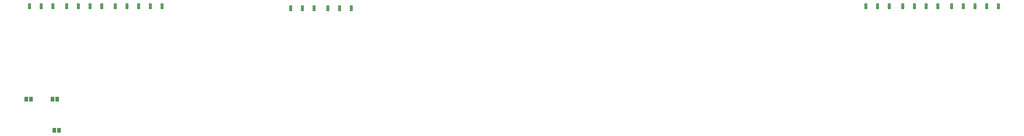
<source format=gtp>
G75*
G70*
%OFA0B0*%
%FSLAX24Y24*%
%IPPOS*%
%LPD*%
%AMOC8*
5,1,8,0,0,1.08239X$1,22.5*
%
%ADD10C,0.0114*%
%ADD11R,0.0460X0.0630*%
D10*
X009518Y066773D02*
X009518Y067419D01*
X009784Y067419D01*
X009784Y066773D01*
X009518Y066773D01*
X009518Y066886D02*
X009784Y066886D01*
X009784Y066999D02*
X009518Y066999D01*
X009518Y067112D02*
X009784Y067112D01*
X009784Y067225D02*
X009518Y067225D01*
X009518Y067338D02*
X009784Y067338D01*
X011018Y067419D02*
X011018Y066773D01*
X011018Y067419D02*
X011284Y067419D01*
X011284Y066773D01*
X011018Y066773D01*
X011018Y066886D02*
X011284Y066886D01*
X011284Y066999D02*
X011018Y066999D01*
X011018Y067112D02*
X011284Y067112D01*
X011284Y067225D02*
X011018Y067225D01*
X011018Y067338D02*
X011284Y067338D01*
X012518Y067419D02*
X012518Y066773D01*
X012518Y067419D02*
X012784Y067419D01*
X012784Y066773D01*
X012518Y066773D01*
X012518Y066886D02*
X012784Y066886D01*
X012784Y066999D02*
X012518Y066999D01*
X012518Y067112D02*
X012784Y067112D01*
X012784Y067225D02*
X012518Y067225D01*
X012518Y067338D02*
X012784Y067338D01*
X014268Y067419D02*
X014268Y066773D01*
X014268Y067419D02*
X014534Y067419D01*
X014534Y066773D01*
X014268Y066773D01*
X014268Y066886D02*
X014534Y066886D01*
X014534Y066999D02*
X014268Y066999D01*
X014268Y067112D02*
X014534Y067112D01*
X014534Y067225D02*
X014268Y067225D01*
X014268Y067338D02*
X014534Y067338D01*
X015768Y067419D02*
X015768Y066773D01*
X015768Y067419D02*
X016034Y067419D01*
X016034Y066773D01*
X015768Y066773D01*
X015768Y066886D02*
X016034Y066886D01*
X016034Y066999D02*
X015768Y066999D01*
X015768Y067112D02*
X016034Y067112D01*
X016034Y067225D02*
X015768Y067225D01*
X015768Y067338D02*
X016034Y067338D01*
X017268Y067419D02*
X017268Y066773D01*
X017268Y067419D02*
X017534Y067419D01*
X017534Y066773D01*
X017268Y066773D01*
X017268Y066886D02*
X017534Y066886D01*
X017534Y066999D02*
X017268Y066999D01*
X017268Y067112D02*
X017534Y067112D01*
X017534Y067225D02*
X017268Y067225D01*
X017268Y067338D02*
X017534Y067338D01*
X018768Y067419D02*
X018768Y066773D01*
X018768Y067419D02*
X019034Y067419D01*
X019034Y066773D01*
X018768Y066773D01*
X018768Y066886D02*
X019034Y066886D01*
X019034Y066999D02*
X018768Y066999D01*
X018768Y067112D02*
X019034Y067112D01*
X019034Y067225D02*
X018768Y067225D01*
X018768Y067338D02*
X019034Y067338D01*
X020518Y067419D02*
X020518Y066773D01*
X020518Y067419D02*
X020784Y067419D01*
X020784Y066773D01*
X020518Y066773D01*
X020518Y066886D02*
X020784Y066886D01*
X020784Y066999D02*
X020518Y066999D01*
X020518Y067112D02*
X020784Y067112D01*
X020784Y067225D02*
X020518Y067225D01*
X020518Y067338D02*
X020784Y067338D01*
X022018Y067419D02*
X022018Y066773D01*
X022018Y067419D02*
X022284Y067419D01*
X022284Y066773D01*
X022018Y066773D01*
X022018Y066886D02*
X022284Y066886D01*
X022284Y066999D02*
X022018Y066999D01*
X022018Y067112D02*
X022284Y067112D01*
X022284Y067225D02*
X022018Y067225D01*
X022018Y067338D02*
X022284Y067338D01*
X023518Y067419D02*
X023518Y066773D01*
X023518Y067419D02*
X023784Y067419D01*
X023784Y066773D01*
X023518Y066773D01*
X023518Y066886D02*
X023784Y066886D01*
X023784Y066999D02*
X023518Y066999D01*
X023518Y067112D02*
X023784Y067112D01*
X023784Y067225D02*
X023518Y067225D01*
X023518Y067338D02*
X023784Y067338D01*
X025284Y067419D02*
X025284Y066773D01*
X025018Y066773D01*
X025018Y067419D01*
X025284Y067419D01*
X025284Y066886D02*
X025018Y066886D01*
X025018Y066999D02*
X025284Y066999D01*
X025284Y067112D02*
X025018Y067112D01*
X025018Y067225D02*
X025284Y067225D01*
X025284Y067338D02*
X025018Y067338D01*
X026518Y067419D02*
X026518Y066773D01*
X026518Y067419D02*
X026784Y067419D01*
X026784Y066773D01*
X026518Y066773D01*
X026518Y066886D02*
X026784Y066886D01*
X026784Y066999D02*
X026518Y066999D01*
X026518Y067112D02*
X026784Y067112D01*
X026784Y067225D02*
X026518Y067225D01*
X026518Y067338D02*
X026784Y067338D01*
X043018Y067169D02*
X043018Y066523D01*
X043018Y067169D02*
X043284Y067169D01*
X043284Y066523D01*
X043018Y066523D01*
X043018Y066636D02*
X043284Y066636D01*
X043284Y066749D02*
X043018Y066749D01*
X043018Y066862D02*
X043284Y066862D01*
X043284Y066975D02*
X043018Y066975D01*
X043018Y067088D02*
X043284Y067088D01*
X044518Y067169D02*
X044518Y066523D01*
X044518Y067169D02*
X044784Y067169D01*
X044784Y066523D01*
X044518Y066523D01*
X044518Y066636D02*
X044784Y066636D01*
X044784Y066749D02*
X044518Y066749D01*
X044518Y066862D02*
X044784Y066862D01*
X044784Y066975D02*
X044518Y066975D01*
X044518Y067088D02*
X044784Y067088D01*
X046018Y067169D02*
X046018Y066523D01*
X046018Y067169D02*
X046284Y067169D01*
X046284Y066523D01*
X046018Y066523D01*
X046018Y066636D02*
X046284Y066636D01*
X046284Y066749D02*
X046018Y066749D01*
X046018Y066862D02*
X046284Y066862D01*
X046284Y066975D02*
X046018Y066975D01*
X046018Y067088D02*
X046284Y067088D01*
X047768Y067169D02*
X047768Y066523D01*
X047768Y067169D02*
X048034Y067169D01*
X048034Y066523D01*
X047768Y066523D01*
X047768Y066636D02*
X048034Y066636D01*
X048034Y066749D02*
X047768Y066749D01*
X047768Y066862D02*
X048034Y066862D01*
X048034Y066975D02*
X047768Y066975D01*
X047768Y067088D02*
X048034Y067088D01*
X049268Y067169D02*
X049268Y066523D01*
X049268Y067169D02*
X049534Y067169D01*
X049534Y066523D01*
X049268Y066523D01*
X049268Y066636D02*
X049534Y066636D01*
X049534Y066749D02*
X049268Y066749D01*
X049268Y066862D02*
X049534Y066862D01*
X049534Y066975D02*
X049268Y066975D01*
X049268Y067088D02*
X049534Y067088D01*
X050768Y067169D02*
X050768Y066523D01*
X050768Y067169D02*
X051034Y067169D01*
X051034Y066523D01*
X050768Y066523D01*
X050768Y066636D02*
X051034Y066636D01*
X051034Y066749D02*
X050768Y066749D01*
X050768Y066862D02*
X051034Y066862D01*
X051034Y066975D02*
X050768Y066975D01*
X050768Y067088D02*
X051034Y067088D01*
X116768Y066773D02*
X116768Y067419D01*
X117034Y067419D01*
X117034Y066773D01*
X116768Y066773D01*
X116768Y066886D02*
X117034Y066886D01*
X117034Y066999D02*
X116768Y066999D01*
X116768Y067112D02*
X117034Y067112D01*
X117034Y067225D02*
X116768Y067225D01*
X116768Y067338D02*
X117034Y067338D01*
X118268Y067419D02*
X118268Y066773D01*
X118268Y067419D02*
X118534Y067419D01*
X118534Y066773D01*
X118268Y066773D01*
X118268Y066886D02*
X118534Y066886D01*
X118534Y066999D02*
X118268Y066999D01*
X118268Y067112D02*
X118534Y067112D01*
X118534Y067225D02*
X118268Y067225D01*
X118268Y067338D02*
X118534Y067338D01*
X119768Y067419D02*
X119768Y066773D01*
X119768Y067419D02*
X120034Y067419D01*
X120034Y066773D01*
X119768Y066773D01*
X119768Y066886D02*
X120034Y066886D01*
X120034Y066999D02*
X119768Y066999D01*
X119768Y067112D02*
X120034Y067112D01*
X120034Y067225D02*
X119768Y067225D01*
X119768Y067338D02*
X120034Y067338D01*
X121518Y067419D02*
X121518Y066773D01*
X121518Y067419D02*
X121784Y067419D01*
X121784Y066773D01*
X121518Y066773D01*
X121518Y066886D02*
X121784Y066886D01*
X121784Y066999D02*
X121518Y066999D01*
X121518Y067112D02*
X121784Y067112D01*
X121784Y067225D02*
X121518Y067225D01*
X121518Y067338D02*
X121784Y067338D01*
X123018Y067419D02*
X123018Y066773D01*
X123018Y067419D02*
X123284Y067419D01*
X123284Y066773D01*
X123018Y066773D01*
X123018Y066886D02*
X123284Y066886D01*
X123284Y066999D02*
X123018Y066999D01*
X123018Y067112D02*
X123284Y067112D01*
X123284Y067225D02*
X123018Y067225D01*
X123018Y067338D02*
X123284Y067338D01*
X124518Y067419D02*
X124518Y066773D01*
X124518Y067419D02*
X124784Y067419D01*
X124784Y066773D01*
X124518Y066773D01*
X124518Y066886D02*
X124784Y066886D01*
X124784Y066999D02*
X124518Y066999D01*
X124518Y067112D02*
X124784Y067112D01*
X124784Y067225D02*
X124518Y067225D01*
X124518Y067338D02*
X124784Y067338D01*
X126018Y067419D02*
X126018Y066773D01*
X126018Y067419D02*
X126284Y067419D01*
X126284Y066773D01*
X126018Y066773D01*
X126018Y066886D02*
X126284Y066886D01*
X126284Y066999D02*
X126018Y066999D01*
X126018Y067112D02*
X126284Y067112D01*
X126284Y067225D02*
X126018Y067225D01*
X126018Y067338D02*
X126284Y067338D01*
X127768Y067419D02*
X127768Y066773D01*
X127768Y067419D02*
X128034Y067419D01*
X128034Y066773D01*
X127768Y066773D01*
X127768Y066886D02*
X128034Y066886D01*
X128034Y066999D02*
X127768Y066999D01*
X127768Y067112D02*
X128034Y067112D01*
X128034Y067225D02*
X127768Y067225D01*
X127768Y067338D02*
X128034Y067338D01*
X129268Y067419D02*
X129268Y066773D01*
X129268Y067419D02*
X129534Y067419D01*
X129534Y066773D01*
X129268Y066773D01*
X129268Y066886D02*
X129534Y066886D01*
X129534Y066999D02*
X129268Y066999D01*
X129268Y067112D02*
X129534Y067112D01*
X129534Y067225D02*
X129268Y067225D01*
X129268Y067338D02*
X129534Y067338D01*
X130768Y067419D02*
X130768Y066773D01*
X130768Y067419D02*
X131034Y067419D01*
X131034Y066773D01*
X130768Y066773D01*
X130768Y066886D02*
X131034Y066886D01*
X131034Y066999D02*
X130768Y066999D01*
X130768Y067112D02*
X131034Y067112D01*
X131034Y067225D02*
X130768Y067225D01*
X130768Y067338D02*
X131034Y067338D01*
X132534Y067419D02*
X132534Y066773D01*
X132268Y066773D01*
X132268Y067419D01*
X132534Y067419D01*
X132534Y066886D02*
X132268Y066886D01*
X132268Y066999D02*
X132534Y066999D01*
X132534Y067112D02*
X132268Y067112D01*
X132268Y067225D02*
X132534Y067225D01*
X132534Y067338D02*
X132268Y067338D01*
X133768Y067419D02*
X133768Y066773D01*
X133768Y067419D02*
X134034Y067419D01*
X134034Y066773D01*
X133768Y066773D01*
X133768Y066886D02*
X134034Y066886D01*
X134034Y066999D02*
X133768Y066999D01*
X133768Y067112D02*
X134034Y067112D01*
X134034Y067225D02*
X133768Y067225D01*
X133768Y067338D02*
X134034Y067338D01*
D11*
X012851Y051151D03*
X013451Y051151D03*
X013201Y055151D03*
X012601Y055151D03*
X009826Y055151D03*
X009226Y055151D03*
M02*

</source>
